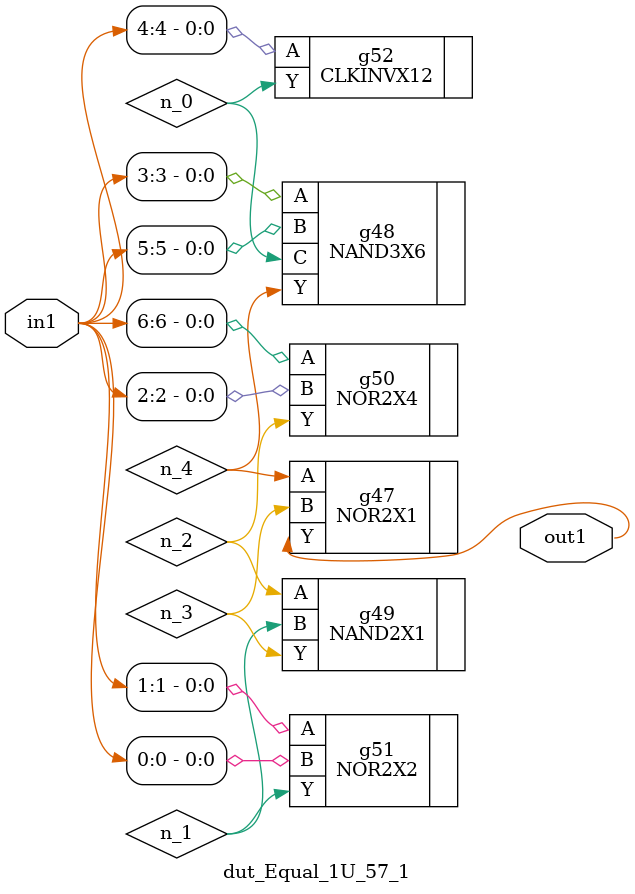
<source format=v>
`timescale 1ps / 1ps


module dut_Equal_1U_57_1(in1, out1);
  input [6:0] in1;
  output out1;
  wire [6:0] in1;
  wire out1;
  wire n_0, n_1, n_2, n_3, n_4;
  NOR2X1 g47(.A (n_4), .B (n_3), .Y (out1));
  NAND3X6 g48(.A (in1[3]), .B (in1[5]), .C (n_0), .Y (n_4));
  NAND2X1 g49(.A (n_2), .B (n_1), .Y (n_3));
  NOR2X4 g50(.A (in1[6]), .B (in1[2]), .Y (n_2));
  NOR2X2 g51(.A (in1[1]), .B (in1[0]), .Y (n_1));
  CLKINVX12 g52(.A (in1[4]), .Y (n_0));
endmodule



</source>
